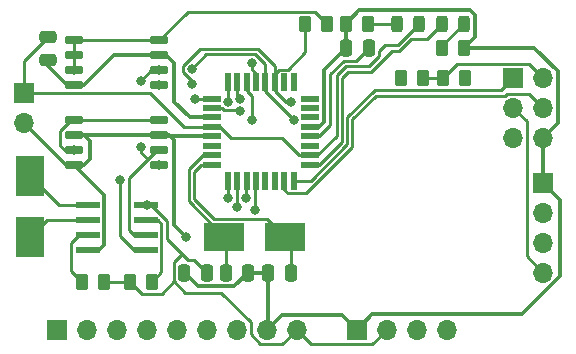
<source format=gbr>
%TF.GenerationSoftware,KiCad,Pcbnew,8.0.6*%
%TF.CreationDate,2025-03-25T13:24:27+01:00*%
%TF.ProjectId,MCU Datalogger,4d435520-4461-4746-916c-6f676765722e,1*%
%TF.SameCoordinates,Original*%
%TF.FileFunction,Copper,L1,Top*%
%TF.FilePolarity,Positive*%
%FSLAX46Y46*%
G04 Gerber Fmt 4.6, Leading zero omitted, Abs format (unit mm)*
G04 Created by KiCad (PCBNEW 8.0.6) date 2025-03-25 13:24:27*
%MOMM*%
%LPD*%
G01*
G04 APERTURE LIST*
G04 Aperture macros list*
%AMRoundRect*
0 Rectangle with rounded corners*
0 $1 Rounding radius*
0 $2 $3 $4 $5 $6 $7 $8 $9 X,Y pos of 4 corners*
0 Add a 4 corners polygon primitive as box body*
4,1,4,$2,$3,$4,$5,$6,$7,$8,$9,$2,$3,0*
0 Add four circle primitives for the rounded corners*
1,1,$1+$1,$2,$3*
1,1,$1+$1,$4,$5*
1,1,$1+$1,$6,$7*
1,1,$1+$1,$8,$9*
0 Add four rect primitives between the rounded corners*
20,1,$1+$1,$2,$3,$4,$5,0*
20,1,$1+$1,$4,$5,$6,$7,0*
20,1,$1+$1,$6,$7,$8,$9,0*
20,1,$1+$1,$8,$9,$2,$3,0*%
G04 Aperture macros list end*
%TA.AperFunction,SMDPad,CuDef*%
%ADD10R,3.500000X2.400000*%
%TD*%
%TA.AperFunction,SMDPad,CuDef*%
%ADD11R,2.400000X3.500000*%
%TD*%
%TA.AperFunction,SMDPad,CuDef*%
%ADD12RoundRect,0.068750X-0.206250X-0.666250X0.206250X-0.666250X0.206250X0.666250X-0.206250X0.666250X0*%
%TD*%
%TA.AperFunction,SMDPad,CuDef*%
%ADD13RoundRect,0.068750X-0.666250X-0.206250X0.666250X-0.206250X0.666250X0.206250X-0.666250X0.206250X0*%
%TD*%
%TA.AperFunction,SMDPad,CuDef*%
%ADD14RoundRect,0.150000X-0.650000X-0.150000X0.650000X-0.150000X0.650000X0.150000X-0.650000X0.150000X0*%
%TD*%
%TA.AperFunction,SMDPad,CuDef*%
%ADD15RoundRect,0.073750X-0.911250X-0.221250X0.911250X-0.221250X0.911250X0.221250X-0.911250X0.221250X0*%
%TD*%
%TA.AperFunction,SMDPad,CuDef*%
%ADD16RoundRect,0.250000X0.262500X0.450000X-0.262500X0.450000X-0.262500X-0.450000X0.262500X-0.450000X0*%
%TD*%
%TA.AperFunction,SMDPad,CuDef*%
%ADD17RoundRect,0.250000X-0.262500X-0.450000X0.262500X-0.450000X0.262500X0.450000X-0.262500X0.450000X0*%
%TD*%
%TA.AperFunction,ComponentPad*%
%ADD18R,1.700000X1.700000*%
%TD*%
%TA.AperFunction,ComponentPad*%
%ADD19O,1.700000X1.700000*%
%TD*%
%TA.AperFunction,SMDPad,CuDef*%
%ADD20RoundRect,0.243750X-0.243750X-0.456250X0.243750X-0.456250X0.243750X0.456250X-0.243750X0.456250X0*%
%TD*%
%TA.AperFunction,SMDPad,CuDef*%
%ADD21RoundRect,0.243750X0.243750X0.456250X-0.243750X0.456250X-0.243750X-0.456250X0.243750X-0.456250X0*%
%TD*%
%TA.AperFunction,SMDPad,CuDef*%
%ADD22RoundRect,0.250000X-0.475000X0.250000X-0.475000X-0.250000X0.475000X-0.250000X0.475000X0.250000X0*%
%TD*%
%TA.AperFunction,SMDPad,CuDef*%
%ADD23RoundRect,0.250000X-0.250000X-0.475000X0.250000X-0.475000X0.250000X0.475000X-0.250000X0.475000X0*%
%TD*%
%TA.AperFunction,SMDPad,CuDef*%
%ADD24RoundRect,0.250000X0.250000X0.475000X-0.250000X0.475000X-0.250000X-0.475000X0.250000X-0.475000X0*%
%TD*%
%TA.AperFunction,ViaPad*%
%ADD25C,0.800000*%
%TD*%
%TA.AperFunction,Conductor*%
%ADD26C,0.350000*%
%TD*%
%TA.AperFunction,Conductor*%
%ADD27C,0.250000*%
%TD*%
G04 APERTURE END LIST*
D10*
%TO.P,Y2,1,1*%
%TO.N,Net-(U4-PB6)*%
X125162000Y-141986000D03*
%TO.P,Y2,2,2*%
%TO.N,Net-(U4-PB7)*%
X130362000Y-141986000D03*
%TD*%
D11*
%TO.P,Y1,1,1*%
%TO.N,Net-(U1-X2)*%
X108712000Y-142046000D03*
%TO.P,Y1,2,2*%
%TO.N,Net-(U1-X1)*%
X108712000Y-136846000D03*
%TD*%
D12*
%TO.P,U4,9,PD5*%
%TO.N,/D5*%
X125470000Y-137266000D03*
%TO.P,U4,10,PD6*%
%TO.N,/D6*%
X126270000Y-137266000D03*
%TO.P,U4,11,PD7*%
%TO.N,/D7*%
X127070000Y-137266000D03*
%TO.P,U4,12,PB0*%
%TO.N,/D8*%
X127870000Y-137266000D03*
%TO.P,U4,13,PB1*%
%TO.N,unconnected-(U4-PB1-Pad13)*%
X128670000Y-137266000D03*
%TO.P,U4,14,PB2*%
%TO.N,unconnected-(U4-PB2-Pad14)*%
X129470000Y-137266000D03*
%TO.P,U4,15,PB3*%
%TO.N,/MOSI*%
X130270000Y-137266000D03*
%TO.P,U4,16,PB4*%
%TO.N,/MISO*%
X131070000Y-137266000D03*
%TO.P,U4,25,PC2*%
%TO.N,unconnected-(U4-PC2-Pad25)*%
X131070000Y-128926000D03*
%TO.P,U4,26,PC3*%
%TO.N,unconnected-(U4-PC3-Pad26)*%
X130270000Y-128926000D03*
%TO.P,U4,27,PC4*%
%TO.N,/SDA*%
X129470000Y-128926000D03*
%TO.P,U4,28,PC5*%
%TO.N,/SCL*%
X128670000Y-128926000D03*
%TO.P,U4,29,PC6/~{RESET}*%
%TO.N,/RESET*%
X127870000Y-128926000D03*
%TO.P,U4,30,PD0*%
%TO.N,/RX*%
X127070000Y-128926000D03*
%TO.P,U4,31,PD1*%
%TO.N,/TX*%
X126270000Y-128926000D03*
%TO.P,U4,32,PD2*%
%TO.N,/D2*%
X125470000Y-128926000D03*
D13*
%TO.P,U4,1,PD3*%
%TO.N,/D3*%
X124100000Y-130296000D03*
%TO.P,U4,2,PD4*%
%TO.N,/D4*%
X124100000Y-131096000D03*
%TO.P,U4,3,GND*%
%TO.N,GND*%
X124100000Y-131896000D03*
%TO.P,U4,4,VCC*%
%TO.N,Net-(BT1-+)*%
X124100000Y-132696000D03*
%TO.P,U4,5,GND*%
%TO.N,GND*%
X124100000Y-133496000D03*
%TO.P,U4,6,VCC*%
%TO.N,unconnected-(U4-VCC-Pad6)*%
X124100000Y-134296000D03*
%TO.P,U4,7,PB6*%
%TO.N,Net-(U4-PB6)*%
X124100000Y-135096000D03*
%TO.P,U4,8,PB7*%
%TO.N,Net-(U4-PB7)*%
X124100000Y-135896000D03*
%TO.P,U4,17,PB5*%
%TO.N,/SCK*%
X132440000Y-135896000D03*
%TO.P,U4,18,AVCC*%
%TO.N,Net-(BT1-+)*%
X132440000Y-135096000D03*
%TO.P,U4,19,ADC6*%
%TO.N,unconnected-(U4-ADC6-Pad19)*%
X132440000Y-134296000D03*
%TO.P,U4,20,AREF*%
%TO.N,Net-(U4-AREF)*%
X132440000Y-133496000D03*
%TO.P,U4,21,GND*%
%TO.N,GND*%
X132440000Y-132696000D03*
%TO.P,U4,22,ADC7*%
%TO.N,unconnected-(U4-ADC7-Pad22)*%
X132440000Y-131896000D03*
%TO.P,U4,23,PC0*%
%TO.N,unconnected-(U4-PC0-Pad23)*%
X132440000Y-131096000D03*
%TO.P,U4,24,PC1*%
%TO.N,unconnected-(U4-PC1-Pad24)*%
X132440000Y-130296000D03*
%TD*%
D14*
%TO.P,U3,1,A0*%
%TO.N,/Vcc*%
X112478000Y-132119000D03*
%TO.P,U3,2,A1*%
%TO.N,GND*%
X112478000Y-133389000D03*
%TO.P,U3,3,A2*%
%TO.N,/Vcc*%
X112478000Y-134659000D03*
%TO.P,U3,4,GND*%
%TO.N,GND*%
X112478000Y-135929000D03*
%TO.P,U3,5,SDA*%
%TO.N,/SDA*%
X119678000Y-135929000D03*
%TO.P,U3,6,SCL*%
%TO.N,/SCL*%
X119678000Y-134659000D03*
%TO.P,U3,7,WP*%
%TO.N,GND*%
X119678000Y-133389000D03*
%TO.P,U3,8,VCC*%
%TO.N,/Vcc*%
X119678000Y-132119000D03*
%TD*%
%TO.P,U2,1,A0*%
%TO.N,/Vcc*%
X112478000Y-125349000D03*
%TO.P,U2,2,A1*%
X112478000Y-126619000D03*
%TO.P,U2,3,A2*%
X112478000Y-127889000D03*
%TO.P,U2,4,GND*%
%TO.N,GND*%
X112478000Y-129159000D03*
%TO.P,U2,5,SDA*%
%TO.N,/SDA*%
X119678000Y-129159000D03*
%TO.P,U2,6,SCL*%
%TO.N,/SCL*%
X119678000Y-127889000D03*
%TO.P,U2,7,WP*%
%TO.N,GND*%
X119678000Y-126619000D03*
%TO.P,U2,8,VCC*%
%TO.N,/Vcc*%
X119678000Y-125349000D03*
%TD*%
D15*
%TO.P,U1,8,VCC*%
%TO.N,/Vcc*%
X118553000Y-139319000D03*
%TO.P,U1,7,SQW/~INT*%
%TO.N,Net-(U1-SQW{slash}~INT)*%
X118553000Y-140589000D03*
%TO.P,U1,6,SCL*%
%TO.N,/SCL*%
X118553000Y-141859000D03*
%TO.P,U1,5,SDA*%
%TO.N,/SDA*%
X118553000Y-143129000D03*
%TO.P,U1,4,GND*%
%TO.N,GND*%
X113603000Y-143129000D03*
%TO.P,U1,3,~{INTA}*%
%TO.N,Net-(U1-~{INTA})*%
X113603000Y-141859000D03*
%TO.P,U1,2,X2*%
%TO.N,Net-(U1-X2)*%
X113603000Y-140589000D03*
%TO.P,U1,1,X1*%
%TO.N,Net-(U1-X1)*%
X113603000Y-139319000D03*
%TD*%
D16*
%TO.P,R7,1*%
%TO.N,Net-(D2-K)*%
X137310500Y-123952000D03*
%TO.P,R7,2*%
%TO.N,GND*%
X135485500Y-123952000D03*
%TD*%
%TO.P,R6,1*%
%TO.N,/Vcc*%
X141986000Y-128524000D03*
%TO.P,R6,2*%
%TO.N,/RESET*%
X140161000Y-128524000D03*
%TD*%
%TO.P,R5,1*%
%TO.N,GND*%
X145438500Y-125984000D03*
%TO.P,R5,2*%
%TO.N,Net-(D1-K)*%
X143613500Y-125984000D03*
%TD*%
%TO.P,R4,1*%
%TO.N,/Vcc*%
X133858000Y-123952000D03*
%TO.P,R4,2*%
%TO.N,/SDA*%
X132033000Y-123952000D03*
%TD*%
D17*
%TO.P,R3,1*%
%TO.N,/Vcc*%
X143717000Y-128524000D03*
%TO.P,R3,2*%
%TO.N,/SCL*%
X145542000Y-128524000D03*
%TD*%
%TO.P,R2,1*%
%TO.N,/Vcc*%
X117197500Y-145796000D03*
%TO.P,R2,2*%
%TO.N,Net-(U1-SQW{slash}~INT)*%
X119022500Y-145796000D03*
%TD*%
D16*
%TO.P,R1,2*%
%TO.N,Net-(U1-~{INTA})*%
X113133500Y-145796000D03*
%TO.P,R1,1*%
%TO.N,/Vcc*%
X114958500Y-145796000D03*
%TD*%
D18*
%TO.P,J4,1,Pin_1*%
%TO.N,/MISO*%
X149606000Y-128524000D03*
D19*
%TO.P,J4,2,Pin_2*%
%TO.N,/Vcc*%
X152146000Y-128524000D03*
%TO.P,J4,3,Pin_3*%
%TO.N,/SCL*%
X149606000Y-131064000D03*
%TO.P,J4,4,Pin_4*%
%TO.N,/MOSI*%
X152146000Y-131064000D03*
%TO.P,J4,5,Pin_5*%
%TO.N,/RESET*%
X149606000Y-133604000D03*
%TO.P,J4,6,Pin_6*%
%TO.N,GND*%
X152146000Y-133604000D03*
%TD*%
D18*
%TO.P,J3,1,Pin_1*%
%TO.N,/D2*%
X110998000Y-149860000D03*
D19*
%TO.P,J3,2,Pin_2*%
%TO.N,/D3*%
X113538000Y-149860000D03*
%TO.P,J3,3,Pin_3*%
%TO.N,/D4*%
X116078000Y-149860000D03*
%TO.P,J3,4,Pin_4*%
%TO.N,/D5*%
X118618000Y-149860000D03*
%TO.P,J3,5,Pin_5*%
%TO.N,/D6*%
X121158000Y-149860000D03*
%TO.P,J3,6,Pin_6*%
%TO.N,/D7*%
X123698000Y-149860000D03*
%TO.P,J3,7,Pin_7*%
%TO.N,/D8*%
X126238000Y-149860000D03*
%TO.P,J3,8,Pin_8*%
%TO.N,GND*%
X128778000Y-149860000D03*
%TO.P,J3,9,Pin_9*%
%TO.N,/Vcc*%
X131318000Y-149860000D03*
%TD*%
D18*
%TO.P,J1,1,Pin_1*%
%TO.N,GND*%
X152146000Y-137414000D03*
D19*
%TO.P,J1,2,Pin_2*%
%TO.N,/Vcc*%
X152146000Y-139954000D03*
%TO.P,J1,3,Pin_3*%
%TO.N,/SDA*%
X152146000Y-142494000D03*
%TO.P,J1,4,Pin_4*%
%TO.N,/SCL*%
X152146000Y-145034000D03*
%TD*%
D20*
%TO.P,D2,1,K*%
%TO.N,Net-(D2-K)*%
X139778500Y-123952000D03*
%TO.P,D2,2,A*%
%TO.N,Net-(BT1-+)*%
X141653500Y-123952000D03*
%TD*%
D21*
%TO.P,D1,1,K*%
%TO.N,Net-(D1-K)*%
X145463500Y-123952000D03*
%TO.P,D1,2,A*%
%TO.N,/SCK*%
X143588500Y-123952000D03*
%TD*%
D22*
%TO.P,C5,1*%
%TO.N,Net-(BT1-+)*%
X110236000Y-125100000D03*
%TO.P,C5,2*%
%TO.N,GND*%
X110236000Y-127000000D03*
%TD*%
D23*
%TO.P,C4,1*%
%TO.N,GND*%
X135514000Y-125984000D03*
%TO.P,C4,2*%
%TO.N,Net-(U4-AREF)*%
X137414000Y-125984000D03*
%TD*%
%TO.P,C3,1*%
%TO.N,GND*%
X128910000Y-145034000D03*
%TO.P,C3,2*%
%TO.N,Net-(U4-PB7)*%
X130810000Y-145034000D03*
%TD*%
D24*
%TO.P,C2,1*%
%TO.N,GND*%
X127188000Y-145034000D03*
%TO.P,C2,2*%
%TO.N,Net-(U4-PB6)*%
X125288000Y-145034000D03*
%TD*%
%TO.P,C1,1*%
%TO.N,/Vcc*%
X123698000Y-145034000D03*
%TO.P,C1,2*%
%TO.N,GND*%
X121798000Y-145034000D03*
%TD*%
D18*
%TO.P,BT1+-,1,+*%
%TO.N,Net-(BT1-+)*%
X108204000Y-129789000D03*
D19*
%TO.P,BT1+-,2,-*%
%TO.N,GND*%
X108204000Y-132329000D03*
%TD*%
D18*
%TO.P,J2,1,Pin_1*%
%TO.N,GND*%
X136408000Y-149860000D03*
D19*
%TO.P,J2,2,Pin_2*%
%TO.N,/Vcc*%
X138948000Y-149860000D03*
%TO.P,J2,3,Pin_3*%
%TO.N,/RX*%
X141488000Y-149860000D03*
%TO.P,J2,4,Pin_4*%
%TO.N,/TX*%
X144028000Y-149860000D03*
%TD*%
D25*
%TO.N,GND*%
X121859000Y-145095000D03*
X121920000Y-141986000D03*
%TO.N,/Vcc*%
X118618000Y-139319000D03*
%TO.N,GND*%
X110236000Y-127000000D03*
%TO.N,/Vcc*%
X112478000Y-127889000D03*
X112478000Y-134659000D03*
X133858000Y-123952000D03*
X141986000Y-128524000D03*
%TO.N,/SDA*%
X130810000Y-130556000D03*
X122428000Y-129032000D03*
%TO.N,/SCL*%
X131064000Y-132080000D03*
X118110000Y-134366000D03*
X118110000Y-128778000D03*
%TO.N,/SDA*%
X119678000Y-129159000D03*
%TO.N,/SCL*%
X122428000Y-127762000D03*
X119678000Y-127889000D03*
%TO.N,/SDA*%
X116332000Y-137160000D03*
X119678000Y-135929000D03*
%TO.N,/SCL*%
X145542000Y-128524000D03*
%TO.N,/RESET*%
X140208000Y-128524000D03*
X127508000Y-127254000D03*
%TO.N,/RX*%
X127508000Y-132080000D03*
%TO.N,/TX*%
X126492000Y-130302000D03*
%TO.N,/D8*%
X127762000Y-139700000D03*
%TO.N,/D7*%
X127000000Y-138684000D03*
%TO.N,/D6*%
X126238000Y-139446000D03*
%TO.N,/D5*%
X125476000Y-138684000D03*
%TO.N,/D4*%
X126492000Y-131318000D03*
%TO.N,/D3*%
X122682000Y-130302000D03*
%TO.N,/D2*%
X125476000Y-130556000D03*
%TD*%
D26*
%TO.N,GND*%
X121859000Y-145095000D02*
X121798000Y-145034000D01*
X119678000Y-133389000D02*
X120477999Y-133389000D01*
X120477999Y-133389000D02*
X120904000Y-133815001D01*
X120904000Y-133815001D02*
X120904000Y-140970000D01*
X120904000Y-140970000D02*
X121920000Y-141986000D01*
D27*
%TO.N,/Vcc*%
X120923000Y-145774810D02*
X120923000Y-144128810D01*
X120923000Y-144128810D02*
X121541810Y-143510000D01*
X121541810Y-143510000D02*
X121666000Y-143510000D01*
X122090000Y-143934000D02*
X121666000Y-143510000D01*
X121666000Y-143510000D02*
X121581604Y-143425604D01*
X123698000Y-145034000D02*
X122598000Y-143934000D01*
X122598000Y-143934000D02*
X122090000Y-143934000D01*
X118618000Y-139319000D02*
X118981462Y-139319000D01*
X120313000Y-140650538D02*
X120313000Y-142157000D01*
X118981462Y-139319000D02*
X120313000Y-140650538D01*
X120313000Y-142157000D02*
X121581604Y-143425604D01*
D26*
%TO.N,GND*%
X135485500Y-123952000D02*
X135485500Y-125955500D01*
X135485500Y-125955500D02*
X135514000Y-125984000D01*
X136408000Y-149860000D02*
X137704983Y-148563017D01*
X137704983Y-148563017D02*
X150420106Y-148563017D01*
X150420106Y-148563017D02*
X153630000Y-145353123D01*
X153630000Y-138898000D02*
X152146000Y-137414000D01*
X153630000Y-145353123D02*
X153630000Y-138898000D01*
X112478000Y-129159000D02*
X113277999Y-129159000D01*
X115817999Y-126619000D02*
X119678000Y-126619000D01*
X113277999Y-129159000D02*
X115817999Y-126619000D01*
D27*
%TO.N,/Vcc*%
X117197500Y-145796000D02*
X118222500Y-146821000D01*
X118222500Y-146821000D02*
X119876810Y-146821000D01*
X119876810Y-146821000D02*
X120923000Y-145774810D01*
D26*
%TO.N,GND*%
X136408000Y-149860000D02*
X135133000Y-148585000D01*
X135133000Y-148585000D02*
X130053000Y-148585000D01*
X130053000Y-148585000D02*
X128778000Y-149860000D01*
D27*
%TO.N,/Vcc*%
X138948000Y-149860000D02*
X137723000Y-151085000D01*
X137723000Y-151085000D02*
X132543000Y-151085000D01*
X132543000Y-151085000D02*
X131318000Y-149860000D01*
%TO.N,/SDA*%
X130810000Y-130556000D02*
X130365000Y-130556000D01*
X130365000Y-130556000D02*
X129470000Y-129661000D01*
X129470000Y-129661000D02*
X129470000Y-128926000D01*
%TO.N,/SCL*%
X128670000Y-129686000D02*
X128670000Y-128926000D01*
X131064000Y-132080000D02*
X128670000Y-129686000D01*
%TO.N,/SDA*%
X129470000Y-128926000D02*
X129470000Y-127554299D01*
X121666000Y-127498695D02*
X121666000Y-128025305D01*
X122428000Y-128778000D02*
X122428000Y-129032000D01*
X129470000Y-127554299D02*
X127994701Y-126079000D01*
X122127695Y-128487000D02*
X122137000Y-128487000D01*
X123085695Y-126079000D02*
X121666000Y-127498695D01*
X127994701Y-126079000D02*
X123085695Y-126079000D01*
X121666000Y-128025305D02*
X122127695Y-128487000D01*
X122137000Y-128487000D02*
X122428000Y-128778000D01*
D26*
%TO.N,GND*%
X124100000Y-131896000D02*
X122244000Y-131896000D01*
X120269000Y-126619000D02*
X119678000Y-126619000D01*
X122244000Y-131896000D02*
X120903000Y-130555000D01*
X120903000Y-130555000D02*
X120903000Y-127253000D01*
X120903000Y-127253000D02*
X120269000Y-126619000D01*
D27*
%TO.N,/Vcc*%
X133858000Y-123952000D02*
X132833000Y-122927000D01*
X132833000Y-122927000D02*
X122100000Y-122927000D01*
X122100000Y-122927000D02*
X119678000Y-125349000D01*
%TO.N,Net-(BT1-+)*%
X110236000Y-125100000D02*
X108204000Y-127132000D01*
X108204000Y-127132000D02*
X108204000Y-129789000D01*
D26*
%TO.N,GND*%
X110236000Y-127000000D02*
X110236000Y-127500000D01*
X110236000Y-127500000D02*
X111895000Y-129159000D01*
X111895000Y-129159000D02*
X112478000Y-129159000D01*
D27*
%TO.N,/SCL*%
X117094000Y-137037092D02*
X118683546Y-135447546D01*
X118683546Y-135447546D02*
X119472092Y-134659000D01*
X118110000Y-134366000D02*
X118110000Y-134874000D01*
X118110000Y-134874000D02*
X118683546Y-135447546D01*
X118999000Y-127889000D02*
X118110000Y-128778000D01*
X119678000Y-127889000D02*
X118999000Y-127889000D01*
%TO.N,Net-(BT1-+)*%
X124100000Y-132696000D02*
X121730908Y-132696000D01*
X121730908Y-132696000D02*
X118868908Y-129834000D01*
X108249000Y-129834000D02*
X108204000Y-129789000D01*
X118868908Y-129834000D02*
X108249000Y-129834000D01*
%TO.N,/SCL*%
X123661000Y-126529000D02*
X122428000Y-127762000D01*
X128670000Y-127390695D02*
X127808305Y-126529000D01*
X127808305Y-126529000D02*
X123661000Y-126529000D01*
X128670000Y-128926000D02*
X128670000Y-127390695D01*
%TO.N,/SDA*%
X118553000Y-143129000D02*
X117568000Y-143129000D01*
X117568000Y-143129000D02*
X116332000Y-141893000D01*
X116332000Y-141893000D02*
X116332000Y-137160000D01*
%TO.N,/SCL*%
X152146000Y-145034000D02*
X150781000Y-143669000D01*
X150781000Y-143669000D02*
X150781000Y-132239000D01*
X150781000Y-132239000D02*
X149606000Y-131064000D01*
D26*
%TO.N,GND*%
X152146000Y-133604000D02*
X152146000Y-137414000D01*
X145438500Y-125984000D02*
X151409123Y-125984000D01*
X151409123Y-125984000D02*
X153421000Y-127995877D01*
X153421000Y-127995877D02*
X153421000Y-132329000D01*
X153421000Y-132329000D02*
X152146000Y-133604000D01*
D27*
%TO.N,/Vcc*%
X152146000Y-128524000D02*
X150971000Y-127349000D01*
X144892000Y-127349000D02*
X143717000Y-128524000D01*
X150971000Y-127349000D02*
X144892000Y-127349000D01*
%TO.N,/MOSI*%
X152146000Y-131064000D02*
X150971000Y-129889000D01*
X150971000Y-129889000D02*
X149119299Y-129889000D01*
X149119299Y-129889000D02*
X148960299Y-130048000D01*
X132077648Y-138326000D02*
X130595000Y-138326000D01*
X130270000Y-138001000D02*
X130270000Y-137266000D01*
X148960299Y-130048000D02*
X138050396Y-130048000D01*
X138050396Y-130048000D02*
X136034198Y-132064198D01*
X136034198Y-132064198D02*
X136034198Y-134369450D01*
X136034198Y-134369450D02*
X132077648Y-138326000D01*
X130595000Y-138326000D02*
X130270000Y-138001000D01*
%TO.N,/MISO*%
X149606000Y-128524000D02*
X148581000Y-129549000D01*
X132501252Y-137266000D02*
X131070000Y-137266000D01*
X148581000Y-129549000D02*
X137913000Y-129549000D01*
X137913000Y-129549000D02*
X135584198Y-131877802D01*
X135584198Y-131877802D02*
X135584198Y-134183054D01*
X135584198Y-134183054D02*
X132501252Y-137266000D01*
D26*
%TO.N,GND*%
X145438500Y-125984000D02*
X146376000Y-125046500D01*
X136610500Y-122827000D02*
X135485500Y-123952000D01*
X146376000Y-125046500D02*
X146376000Y-123211990D01*
X146376000Y-123211990D02*
X145991010Y-122827000D01*
X145991010Y-122827000D02*
X136610500Y-122827000D01*
D27*
%TO.N,/Vcc*%
X141986000Y-128524000D02*
X143717000Y-128524000D01*
%TO.N,/RESET*%
X127508000Y-127829000D02*
X127508000Y-127254000D01*
X127870000Y-128191000D02*
X127508000Y-127829000D01*
X127870000Y-128926000D02*
X127870000Y-128191000D01*
%TO.N,/RX*%
X127508000Y-132080000D02*
X127508000Y-130099000D01*
X127508000Y-130099000D02*
X127070000Y-129661000D01*
X127070000Y-129661000D02*
X127070000Y-128926000D01*
%TO.N,/TX*%
X126492000Y-130302000D02*
X126270000Y-130080000D01*
X126270000Y-130080000D02*
X126270000Y-128926000D01*
%TO.N,/SCL*%
X119551000Y-127762000D02*
X119678000Y-127889000D01*
X118553000Y-141859000D02*
X117568000Y-141859000D01*
X119472092Y-134659000D02*
X119678000Y-134659000D01*
X117568000Y-141859000D02*
X117094000Y-141385000D01*
X117094000Y-141385000D02*
X117094000Y-137037092D01*
%TO.N,/Vcc*%
X131318000Y-149860000D02*
X130093000Y-151085000D01*
X130093000Y-151085000D02*
X128225000Y-151085000D01*
X124890000Y-146734000D02*
X121882190Y-146734000D01*
X128225000Y-151085000D02*
X127413000Y-150273000D01*
X127413000Y-150273000D02*
X127413000Y-149257000D01*
X127413000Y-149257000D02*
X124890000Y-146734000D01*
X121882190Y-146734000D02*
X120923000Y-145774810D01*
D26*
%TO.N,GND*%
X108204000Y-132329000D02*
X111804000Y-135929000D01*
X111804000Y-135929000D02*
X112478000Y-135929000D01*
X113603000Y-143129000D02*
X114588000Y-143129000D01*
X114588000Y-143129000D02*
X115013000Y-142704000D01*
X115013000Y-142704000D02*
X115013000Y-138464000D01*
X115013000Y-138464000D02*
X112478000Y-135929000D01*
X127188000Y-145034000D02*
X126038000Y-146184000D01*
X126038000Y-146184000D02*
X122948000Y-146184000D01*
X122948000Y-146184000D02*
X121859000Y-145095000D01*
X128910000Y-145034000D02*
X128910000Y-149728000D01*
X128910000Y-149728000D02*
X128778000Y-149860000D01*
D27*
%TO.N,/D8*%
X127762000Y-139700000D02*
X127762000Y-137374000D01*
X127762000Y-137374000D02*
X127870000Y-137266000D01*
%TO.N,/D7*%
X127000000Y-138684000D02*
X127000000Y-137336000D01*
X127000000Y-137336000D02*
X127070000Y-137266000D01*
%TO.N,/D6*%
X126238000Y-139446000D02*
X126238000Y-137298000D01*
X126238000Y-137298000D02*
X126270000Y-137266000D01*
%TO.N,/D5*%
X125476000Y-138684000D02*
X125476000Y-137272000D01*
X125476000Y-137272000D02*
X125470000Y-137266000D01*
%TO.N,/SDA*%
X132033000Y-126389000D02*
X130556000Y-127866000D01*
X132033000Y-123952000D02*
X132033000Y-126389000D01*
X129470000Y-128191000D02*
X129470000Y-128926000D01*
X130556000Y-127866000D02*
X129795000Y-127866000D01*
X129795000Y-127866000D02*
X129470000Y-128191000D01*
D26*
%TO.N,GND*%
X120103000Y-133389000D02*
X119678000Y-133389000D01*
D27*
%TO.N,Net-(BT1-+)*%
X124100000Y-132696000D02*
X124835000Y-132696000D01*
X124835000Y-132696000D02*
X125743000Y-133604000D01*
X130048000Y-133604000D02*
X131540000Y-135096000D01*
X125743000Y-133604000D02*
X130048000Y-133604000D01*
X131540000Y-135096000D02*
X132440000Y-135096000D01*
%TO.N,/D4*%
X126492000Y-131318000D02*
X126455000Y-131281000D01*
X126455000Y-131281000D02*
X125175695Y-131281000D01*
X125175695Y-131281000D02*
X124990695Y-131096000D01*
X124990695Y-131096000D02*
X124100000Y-131096000D01*
%TO.N,/D3*%
X122682000Y-130302000D02*
X124094000Y-130302000D01*
X124094000Y-130302000D02*
X124100000Y-130296000D01*
%TO.N,/D2*%
X125476000Y-130556000D02*
X125476000Y-128932000D01*
X125476000Y-128932000D02*
X125470000Y-128926000D01*
%TO.N,Net-(U1-SQW{slash}~INT)*%
X118553000Y-140589000D02*
X119538000Y-140589000D01*
X119538000Y-140589000D02*
X119863000Y-140914000D01*
X119863000Y-140914000D02*
X119863000Y-144955500D01*
X119863000Y-144955500D02*
X119022500Y-145796000D01*
%TO.N,/Vcc*%
X118553000Y-139319000D02*
X118618000Y-139319000D01*
D26*
%TO.N,GND*%
X127188000Y-145034000D02*
X128910000Y-145034000D01*
D27*
%TO.N,Net-(U4-PB6)*%
X125288000Y-145034000D02*
X125288000Y-142112000D01*
X125288000Y-142112000D02*
X125162000Y-141986000D01*
%TO.N,Net-(U4-PB7)*%
X130810000Y-145034000D02*
X130810000Y-142434000D01*
X130810000Y-142434000D02*
X130362000Y-141986000D01*
X130362000Y-141986000D02*
X128837000Y-140461000D01*
X128837000Y-140461000D02*
X124273396Y-140461000D01*
X124273396Y-140461000D02*
X122624000Y-138811604D01*
X122624000Y-136473396D02*
X123201396Y-135896000D01*
X122624000Y-138811604D02*
X122624000Y-136473396D01*
X123201396Y-135896000D02*
X124100000Y-135896000D01*
%TO.N,Net-(U4-PB6)*%
X125162000Y-141986000D02*
X122174000Y-138998000D01*
X123365000Y-135096000D02*
X124100000Y-135096000D01*
X122174000Y-138998000D02*
X122174000Y-136287000D01*
X122174000Y-136287000D02*
X123365000Y-135096000D01*
%TO.N,Net-(D1-K)*%
X143613500Y-125984000D02*
X143613500Y-125802000D01*
X143613500Y-125802000D02*
X145463500Y-123952000D01*
%TO.N,/SCK*%
X132440000Y-135896000D02*
X133175000Y-135896000D01*
X133175000Y-135896000D02*
X135134198Y-133936802D01*
X135134198Y-133936802D02*
X135134198Y-128524000D01*
X135134198Y-128524000D02*
X135642198Y-128016000D01*
X135642198Y-128016000D02*
X137563496Y-128016000D01*
X142318500Y-125222000D02*
X143588500Y-123952000D01*
X137563496Y-128016000D02*
X139341496Y-126238000D01*
X141019896Y-125222000D02*
X142318500Y-125222000D01*
X139341496Y-126238000D02*
X140003896Y-126238000D01*
X140003896Y-126238000D02*
X141019896Y-125222000D01*
%TO.N,Net-(BT1-+)*%
X141653500Y-123952000D02*
X139884500Y-125721000D01*
X135484396Y-127534000D02*
X134684198Y-128334198D01*
X139884500Y-125721000D02*
X138756000Y-125721000D01*
X138756000Y-125721000D02*
X138239000Y-126238000D01*
X138239000Y-126238000D02*
X138239000Y-126704100D01*
X138239000Y-126704100D02*
X137409100Y-127534000D01*
X137409100Y-127534000D02*
X135484396Y-127534000D01*
X134684198Y-128334198D02*
X134684198Y-133483054D01*
X134684198Y-133483054D02*
X133071252Y-135096000D01*
X133071252Y-135096000D02*
X132440000Y-135096000D01*
%TO.N,Net-(U4-AREF)*%
X137414000Y-125984000D02*
X136314000Y-127084000D01*
X136314000Y-127084000D02*
X135298000Y-127084000D01*
X135298000Y-127084000D02*
X134154000Y-128228000D01*
X134154000Y-128228000D02*
X134154000Y-132532490D01*
X134154000Y-132532490D02*
X133190490Y-133496000D01*
X133190490Y-133496000D02*
X132440000Y-133496000D01*
D26*
%TO.N,GND*%
X135514000Y-125984000D02*
X133604000Y-127894000D01*
X133604000Y-127894000D02*
X133604000Y-132304672D01*
X133604000Y-132304672D02*
X133212672Y-132696000D01*
X133212672Y-132696000D02*
X132440000Y-132696000D01*
D27*
%TO.N,Net-(D2-K)*%
X137310500Y-123952000D02*
X139778500Y-123952000D01*
%TO.N,/Vcc*%
X112478000Y-125349000D02*
X119678000Y-125349000D01*
X112478000Y-126619000D02*
X112478000Y-127889000D01*
X112478000Y-125349000D02*
X112478000Y-126619000D01*
%TO.N,Net-(U1-~{INTA})*%
X113133500Y-145796000D02*
X112243000Y-144905500D01*
X112903000Y-141859000D02*
X113603000Y-141859000D01*
X112243000Y-144905500D02*
X112243000Y-142519000D01*
X112243000Y-142519000D02*
X112903000Y-141859000D01*
%TO.N,/Vcc*%
X114958500Y-145796000D02*
X117197500Y-145796000D01*
%TO.N,Net-(U1-X2)*%
X108712000Y-142046000D02*
X110169000Y-140589000D01*
X110169000Y-140589000D02*
X113603000Y-140589000D01*
%TO.N,Net-(U1-X1)*%
X113603000Y-139319000D02*
X111185000Y-139319000D01*
X111185000Y-139319000D02*
X108712000Y-136846000D01*
%TO.N,/Vcc*%
X112478000Y-132119000D02*
X119678000Y-132119000D01*
X112478000Y-134659000D02*
X111678001Y-134659000D01*
X111678001Y-134659000D02*
X111303000Y-134283999D01*
X111303000Y-134283999D02*
X111303000Y-133017382D01*
X111303000Y-133017382D02*
X112201382Y-132119000D01*
X112201382Y-132119000D02*
X112478000Y-132119000D01*
D26*
%TO.N,GND*%
X112478000Y-135929000D02*
X113277999Y-135929000D01*
X113277999Y-135929000D02*
X113792000Y-135414999D01*
X113792000Y-135414999D02*
X113792000Y-133897000D01*
X113792000Y-133897000D02*
X113284000Y-133389000D01*
X113284000Y-133389000D02*
X112478000Y-133389000D01*
X119678000Y-133389000D02*
X112478000Y-133389000D01*
X119678000Y-133389000D02*
X119785000Y-133496000D01*
X119785000Y-133496000D02*
X124100000Y-133496000D01*
D27*
%TO.N,Net-(BT1-+)*%
X123992000Y-132588000D02*
X124100000Y-132696000D01*
%TD*%
M02*

</source>
